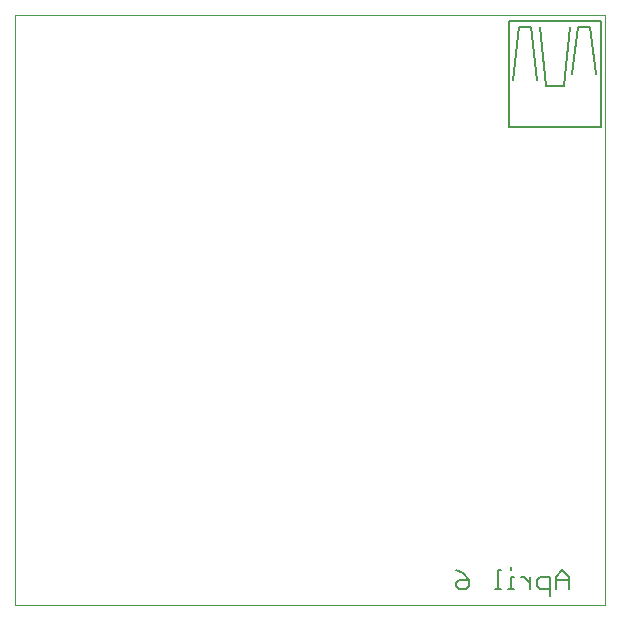
<source format=gbo>
G75*
%MOIN*%
%OFA0B0*%
%FSLAX25Y25*%
%IPPOS*%
%LPD*%
%AMOC8*
5,1,8,0,0,1.08239X$1,22.5*
%
%ADD10C,0.00000*%
%ADD11C,0.00600*%
%ADD12C,0.00500*%
D10*
X0001800Y0001800D02*
X0001800Y0198650D01*
X0198650Y0198650D01*
X0198650Y0001800D01*
X0001800Y0001800D01*
D11*
X0148928Y0008168D02*
X0148928Y0009235D01*
X0149996Y0010303D01*
X0153198Y0010303D01*
X0153198Y0008168D01*
X0152131Y0007100D01*
X0149996Y0007100D01*
X0148928Y0008168D01*
X0151063Y0012438D02*
X0148928Y0013505D01*
X0151063Y0012438D02*
X0153198Y0010303D01*
X0161806Y0007100D02*
X0163941Y0007100D01*
X0162873Y0007100D02*
X0162873Y0013505D01*
X0163941Y0013505D01*
X0167170Y0013505D02*
X0167170Y0014573D01*
X0167170Y0011370D02*
X0167170Y0007100D01*
X0166103Y0007100D02*
X0168238Y0007100D01*
X0168238Y0011370D02*
X0167170Y0011370D01*
X0170406Y0011370D02*
X0171474Y0011370D01*
X0173609Y0009235D01*
X0173609Y0007100D02*
X0173609Y0011370D01*
X0175784Y0010303D02*
X0175784Y0008168D01*
X0176852Y0007100D01*
X0180055Y0007100D01*
X0180055Y0004965D02*
X0180055Y0011370D01*
X0176852Y0011370D01*
X0175784Y0010303D01*
X0182230Y0010303D02*
X0186500Y0010303D01*
X0186500Y0011370D02*
X0184365Y0013505D01*
X0182230Y0011370D01*
X0182230Y0007100D01*
X0186500Y0007100D02*
X0186500Y0011370D01*
D12*
X0197154Y0161131D02*
X0166446Y0161131D01*
X0166446Y0196564D01*
X0197154Y0196564D01*
X0197154Y0161131D01*
X0184753Y0174910D02*
X0178847Y0174910D01*
X0176879Y0194595D01*
X0173926Y0194595D02*
X0175894Y0176879D01*
X0168020Y0176879D02*
X0169989Y0194595D01*
X0173926Y0194595D01*
X0186721Y0194595D02*
X0184753Y0174910D01*
X0187706Y0178847D02*
X0189674Y0194595D01*
X0193611Y0194595D01*
X0195580Y0178847D01*
M02*

</source>
